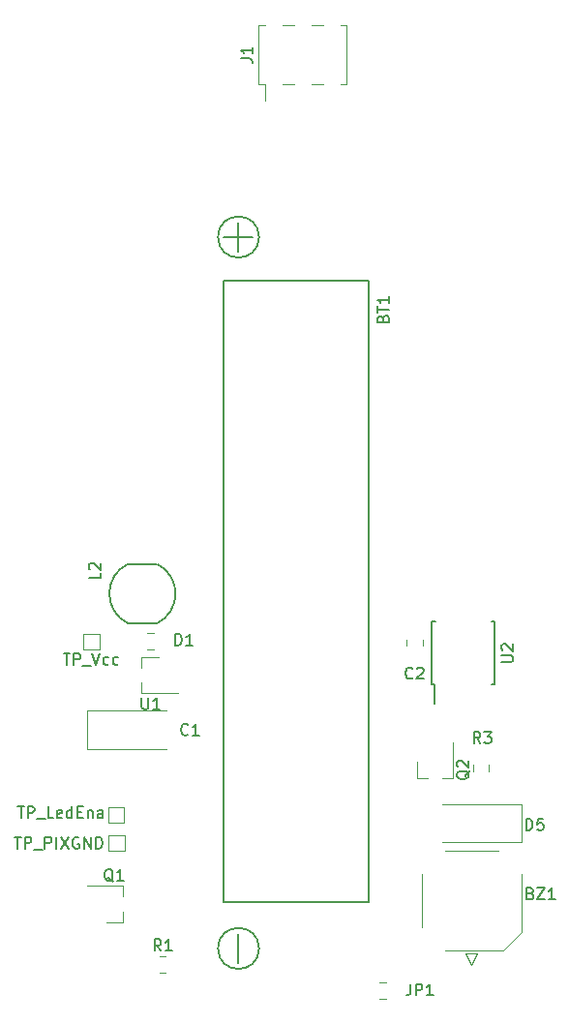
<source format=gbr>
G04 #@! TF.GenerationSoftware,KiCad,Pcbnew,(5.0.1)-4*
G04 #@! TF.CreationDate,2019-03-02T12:17:37+01:00*
G04 #@! TF.ProjectId,Simple_Christamas_Ornament,53696D706C655F436872697374616D61,rev?*
G04 #@! TF.SameCoordinates,Original*
G04 #@! TF.FileFunction,Legend,Top*
G04 #@! TF.FilePolarity,Positive*
%FSLAX46Y46*%
G04 Gerber Fmt 4.6, Leading zero omitted, Abs format (unit mm)*
G04 Created by KiCad (PCBNEW (5.0.1)-4) date 02/03/2019 12:17:37*
%MOMM*%
%LPD*%
G01*
G04 APERTURE LIST*
%ADD10C,0.120000*%
%ADD11C,0.150000*%
%ADD12C,0.100000*%
G04 APERTURE END LIST*
D10*
G04 #@! TO.C,D1*
X126611748Y-103506200D02*
X127134252Y-103506200D01*
X126611748Y-104926200D02*
X127134252Y-104926200D01*
D11*
G04 #@! TO.C,U2*
X151499200Y-107982200D02*
X151704200Y-107982200D01*
X151499200Y-102482200D02*
X151799200Y-102482200D01*
X157009200Y-102482200D02*
X156709200Y-102482200D01*
X157009200Y-107982200D02*
X156709200Y-107982200D01*
X151499200Y-107982200D02*
X151499200Y-102482200D01*
X157009200Y-107982200D02*
X157009200Y-102482200D01*
X151704200Y-107982200D02*
X151704200Y-109732200D01*
G04 #@! TO.C,BT1*
X136366851Y-68884800D02*
G75*
G03X136366851Y-68884800I-1796051J0D01*
G01*
X135840800Y-68884800D02*
X133300800Y-68884800D01*
X134570800Y-67614800D02*
X134570800Y-70154800D01*
X136366851Y-131114800D02*
G75*
G03X136366851Y-131114800I-1796051J0D01*
G01*
X134570800Y-129844800D02*
X134570800Y-132384800D01*
X146000800Y-72694800D02*
X133300800Y-72694800D01*
X133300800Y-72694800D02*
X133300800Y-127050800D01*
X146000800Y-72694800D02*
X146000800Y-127050800D01*
X133300800Y-127050800D02*
X146000800Y-127050800D01*
D12*
G04 #@! TO.C,BZ1*
X155470600Y-131568600D02*
X154470600Y-131568600D01*
X154970600Y-132568600D02*
X154470600Y-131568600D01*
X155470600Y-131568600D02*
X154970600Y-132568600D01*
X157620600Y-131268600D02*
X157720600Y-131268600D01*
X157720600Y-131268600D02*
X159320600Y-129668600D01*
X159320600Y-129668600D02*
X159320600Y-124568600D01*
X150620600Y-124568600D02*
X150620600Y-129268600D01*
X157320600Y-122568600D02*
X152620600Y-122568600D01*
X157620600Y-131268600D02*
X152620600Y-131268600D01*
D10*
G04 #@! TO.C,C1*
X128288200Y-110253200D02*
X121353200Y-110253200D01*
X121353200Y-110253200D02*
X121353200Y-113673200D01*
X121353200Y-113673200D02*
X128288200Y-113673200D01*
G04 #@! TO.C,D5*
X159340000Y-121842800D02*
X159340000Y-118542800D01*
X159340000Y-118542800D02*
X152440000Y-118542800D01*
X159340000Y-121842800D02*
X152440000Y-121842800D01*
G04 #@! TO.C,J1*
X136312600Y-55533600D02*
X136312600Y-50333600D01*
X144052600Y-55533600D02*
X144052600Y-50333600D01*
X136882600Y-56973600D02*
X136882600Y-55533600D01*
X136312600Y-55533600D02*
X136882600Y-55533600D01*
X136312600Y-50333600D02*
X136882600Y-50333600D01*
X143482600Y-55533600D02*
X144052600Y-55533600D01*
X143482600Y-50333600D02*
X144052600Y-50333600D01*
X138402600Y-55533600D02*
X139422600Y-55533600D01*
X138402600Y-50333600D02*
X139422600Y-50333600D01*
X140942600Y-55533600D02*
X141962600Y-55533600D01*
X140942600Y-50333600D02*
X141962600Y-50333600D01*
D11*
G04 #@! TO.C,L2*
X127436000Y-97476000D02*
X124896000Y-97476000D01*
X127436000Y-102676000D02*
X124896000Y-102676000D01*
X124899061Y-102677493D02*
G75*
G02X124896001Y-97476000I1266939J2601493D01*
G01*
X127522958Y-97520308D02*
G75*
G02X127435999Y-102676000I-1356958J-2555692D01*
G01*
D10*
G04 #@! TO.C,R1*
X127694948Y-131801800D02*
X128217452Y-131801800D01*
X127694948Y-133221800D02*
X128217452Y-133221800D01*
G04 #@! TO.C,R3*
X155068200Y-115593652D02*
X155068200Y-115071148D01*
X156488200Y-115593652D02*
X156488200Y-115071148D01*
G04 #@! TO.C,TP2*
X123175800Y-118730800D02*
X124575800Y-118730800D01*
X124575800Y-118730800D02*
X124575800Y-120130800D01*
X124575800Y-120130800D02*
X123175800Y-120130800D01*
X123175800Y-120130800D02*
X123175800Y-118730800D01*
G04 #@! TO.C,TP3*
X121016800Y-103592400D02*
X122416800Y-103592400D01*
X122416800Y-103592400D02*
X122416800Y-104992400D01*
X122416800Y-104992400D02*
X121016800Y-104992400D01*
X121016800Y-104992400D02*
X121016800Y-103592400D01*
G04 #@! TO.C,TP5*
X123226600Y-122594600D02*
X123226600Y-121194600D01*
X124626600Y-122594600D02*
X123226600Y-122594600D01*
X124626600Y-121194600D02*
X124626600Y-122594600D01*
X123226600Y-121194600D02*
X124626600Y-121194600D01*
G04 #@! TO.C,JP1*
X147445252Y-135533200D02*
X146922748Y-135533200D01*
X147445252Y-134113200D02*
X146922748Y-134113200D01*
G04 #@! TO.C,C2*
X150722400Y-104141748D02*
X150722400Y-104664252D01*
X149302400Y-104141748D02*
X149302400Y-104664252D01*
G04 #@! TO.C,Q1*
X124458000Y-128808600D02*
X122998000Y-128808600D01*
X124458000Y-125648600D02*
X121298000Y-125648600D01*
X124458000Y-125648600D02*
X124458000Y-126578600D01*
X124458000Y-128808600D02*
X124458000Y-127878600D01*
G04 #@! TO.C,Q2*
X150159600Y-116228400D02*
X151089600Y-116228400D01*
X153319600Y-116228400D02*
X152389600Y-116228400D01*
X153319600Y-116228400D02*
X153319600Y-113068400D01*
X150159600Y-116228400D02*
X150159600Y-114768400D01*
G04 #@! TO.C,U1*
X126103600Y-105648600D02*
X126103600Y-106578600D01*
X126103600Y-108808600D02*
X126103600Y-107878600D01*
X126103600Y-108808600D02*
X129263600Y-108808600D01*
X126103600Y-105648600D02*
X127563600Y-105648600D01*
G04 #@! TO.C,D1*
D11*
X129030504Y-104592380D02*
X129030504Y-103592380D01*
X129268600Y-103592380D01*
X129411457Y-103640000D01*
X129506695Y-103735238D01*
X129554314Y-103830476D01*
X129601933Y-104020952D01*
X129601933Y-104163809D01*
X129554314Y-104354285D01*
X129506695Y-104449523D01*
X129411457Y-104544761D01*
X129268600Y-104592380D01*
X129030504Y-104592380D01*
X130554314Y-104592380D02*
X129982885Y-104592380D01*
X130268600Y-104592380D02*
X130268600Y-103592380D01*
X130173361Y-103735238D01*
X130078123Y-103830476D01*
X129982885Y-103878095D01*
G04 #@! TO.C,U2*
X157592780Y-106044904D02*
X158402304Y-106044904D01*
X158497542Y-105997285D01*
X158545161Y-105949666D01*
X158592780Y-105854428D01*
X158592780Y-105663952D01*
X158545161Y-105568714D01*
X158497542Y-105521095D01*
X158402304Y-105473476D01*
X157592780Y-105473476D01*
X157688019Y-105044904D02*
X157640400Y-104997285D01*
X157592780Y-104902047D01*
X157592780Y-104663952D01*
X157640400Y-104568714D01*
X157688019Y-104521095D01*
X157783257Y-104473476D01*
X157878495Y-104473476D01*
X158021352Y-104521095D01*
X158592780Y-105092523D01*
X158592780Y-104473476D01*
G04 #@! TO.C,BT1*
X147199371Y-76020514D02*
X147246990Y-75877657D01*
X147294609Y-75830038D01*
X147389847Y-75782419D01*
X147532704Y-75782419D01*
X147627942Y-75830038D01*
X147675561Y-75877657D01*
X147723180Y-75972895D01*
X147723180Y-76353847D01*
X146723180Y-76353847D01*
X146723180Y-76020514D01*
X146770800Y-75925276D01*
X146818419Y-75877657D01*
X146913657Y-75830038D01*
X147008895Y-75830038D01*
X147104133Y-75877657D01*
X147151752Y-75925276D01*
X147199371Y-76020514D01*
X147199371Y-76353847D01*
X146723180Y-75496704D02*
X146723180Y-74925276D01*
X147723180Y-75210990D02*
X146723180Y-75210990D01*
X147723180Y-74068133D02*
X147723180Y-74639561D01*
X147723180Y-74353847D02*
X146723180Y-74353847D01*
X146866038Y-74449085D01*
X146961276Y-74544323D01*
X147008895Y-74639561D01*
G04 #@! TO.C,BZ1*
X160129647Y-126293571D02*
X160272504Y-126341190D01*
X160320123Y-126388809D01*
X160367742Y-126484047D01*
X160367742Y-126626904D01*
X160320123Y-126722142D01*
X160272504Y-126769761D01*
X160177266Y-126817380D01*
X159796314Y-126817380D01*
X159796314Y-125817380D01*
X160129647Y-125817380D01*
X160224885Y-125865000D01*
X160272504Y-125912619D01*
X160320123Y-126007857D01*
X160320123Y-126103095D01*
X160272504Y-126198333D01*
X160224885Y-126245952D01*
X160129647Y-126293571D01*
X159796314Y-126293571D01*
X160701076Y-125817380D02*
X161367742Y-125817380D01*
X160701076Y-126817380D01*
X161367742Y-126817380D01*
X162272504Y-126817380D02*
X161701076Y-126817380D01*
X161986790Y-126817380D02*
X161986790Y-125817380D01*
X161891552Y-125960238D01*
X161796314Y-126055476D01*
X161701076Y-126103095D01*
G04 #@! TO.C,C1*
X130160733Y-112371142D02*
X130113114Y-112418761D01*
X129970257Y-112466380D01*
X129875019Y-112466380D01*
X129732161Y-112418761D01*
X129636923Y-112323523D01*
X129589304Y-112228285D01*
X129541685Y-112037809D01*
X129541685Y-111894952D01*
X129589304Y-111704476D01*
X129636923Y-111609238D01*
X129732161Y-111514000D01*
X129875019Y-111466380D01*
X129970257Y-111466380D01*
X130113114Y-111514000D01*
X130160733Y-111561619D01*
X131113114Y-112466380D02*
X130541685Y-112466380D01*
X130827400Y-112466380D02*
X130827400Y-111466380D01*
X130732161Y-111609238D01*
X130636923Y-111704476D01*
X130541685Y-111752095D01*
G04 #@! TO.C,D5*
X159739104Y-120772180D02*
X159739104Y-119772180D01*
X159977200Y-119772180D01*
X160120057Y-119819800D01*
X160215295Y-119915038D01*
X160262914Y-120010276D01*
X160310533Y-120200752D01*
X160310533Y-120343609D01*
X160262914Y-120534085D01*
X160215295Y-120629323D01*
X160120057Y-120724561D01*
X159977200Y-120772180D01*
X159739104Y-120772180D01*
X161215295Y-119772180D02*
X160739104Y-119772180D01*
X160691485Y-120248371D01*
X160739104Y-120200752D01*
X160834342Y-120153133D01*
X161072438Y-120153133D01*
X161167676Y-120200752D01*
X161215295Y-120248371D01*
X161262914Y-120343609D01*
X161262914Y-120581704D01*
X161215295Y-120676942D01*
X161167676Y-120724561D01*
X161072438Y-120772180D01*
X160834342Y-120772180D01*
X160739104Y-120724561D01*
X160691485Y-120676942D01*
G04 #@! TO.C,J1*
X134764980Y-53266933D02*
X135479266Y-53266933D01*
X135622123Y-53314552D01*
X135717361Y-53409790D01*
X135764980Y-53552647D01*
X135764980Y-53647885D01*
X135764980Y-52266933D02*
X135764980Y-52838361D01*
X135764980Y-52552647D02*
X134764980Y-52552647D01*
X134907838Y-52647885D01*
X135003076Y-52743123D01*
X135050695Y-52838361D01*
G04 #@! TO.C,L2*
X122473980Y-98261466D02*
X122473980Y-98737657D01*
X121473980Y-98737657D01*
X121569219Y-97975752D02*
X121521600Y-97928133D01*
X121473980Y-97832895D01*
X121473980Y-97594800D01*
X121521600Y-97499561D01*
X121569219Y-97451942D01*
X121664457Y-97404323D01*
X121759695Y-97404323D01*
X121902552Y-97451942D01*
X122473980Y-98023371D01*
X122473980Y-97404323D01*
G04 #@! TO.C,R1*
X127789533Y-131314180D02*
X127456200Y-130837990D01*
X127218104Y-131314180D02*
X127218104Y-130314180D01*
X127599057Y-130314180D01*
X127694295Y-130361800D01*
X127741914Y-130409419D01*
X127789533Y-130504657D01*
X127789533Y-130647514D01*
X127741914Y-130742752D01*
X127694295Y-130790371D01*
X127599057Y-130837990D01*
X127218104Y-130837990D01*
X128741914Y-131314180D02*
X128170485Y-131314180D01*
X128456200Y-131314180D02*
X128456200Y-130314180D01*
X128360961Y-130457038D01*
X128265723Y-130552276D01*
X128170485Y-130599895D01*
G04 #@! TO.C,R3*
X155738533Y-113177580D02*
X155405200Y-112701390D01*
X155167104Y-113177580D02*
X155167104Y-112177580D01*
X155548057Y-112177580D01*
X155643295Y-112225200D01*
X155690914Y-112272819D01*
X155738533Y-112368057D01*
X155738533Y-112510914D01*
X155690914Y-112606152D01*
X155643295Y-112653771D01*
X155548057Y-112701390D01*
X155167104Y-112701390D01*
X156071866Y-112177580D02*
X156690914Y-112177580D01*
X156357580Y-112558533D01*
X156500438Y-112558533D01*
X156595676Y-112606152D01*
X156643295Y-112653771D01*
X156690914Y-112749009D01*
X156690914Y-112987104D01*
X156643295Y-113082342D01*
X156595676Y-113129961D01*
X156500438Y-113177580D01*
X156214723Y-113177580D01*
X156119485Y-113129961D01*
X156071866Y-113082342D01*
G04 #@! TO.C,TP2*
X115240276Y-118705380D02*
X115811704Y-118705380D01*
X115525990Y-119705380D02*
X115525990Y-118705380D01*
X116145038Y-119705380D02*
X116145038Y-118705380D01*
X116525990Y-118705380D01*
X116621228Y-118753000D01*
X116668847Y-118800619D01*
X116716466Y-118895857D01*
X116716466Y-119038714D01*
X116668847Y-119133952D01*
X116621228Y-119181571D01*
X116525990Y-119229190D01*
X116145038Y-119229190D01*
X116906942Y-119800619D02*
X117668847Y-119800619D01*
X118383133Y-119705380D02*
X117906942Y-119705380D01*
X117906942Y-118705380D01*
X119097419Y-119657761D02*
X119002180Y-119705380D01*
X118811704Y-119705380D01*
X118716466Y-119657761D01*
X118668847Y-119562523D01*
X118668847Y-119181571D01*
X118716466Y-119086333D01*
X118811704Y-119038714D01*
X119002180Y-119038714D01*
X119097419Y-119086333D01*
X119145038Y-119181571D01*
X119145038Y-119276809D01*
X118668847Y-119372047D01*
X120002180Y-119705380D02*
X120002180Y-118705380D01*
X120002180Y-119657761D02*
X119906942Y-119705380D01*
X119716466Y-119705380D01*
X119621228Y-119657761D01*
X119573609Y-119610142D01*
X119525990Y-119514904D01*
X119525990Y-119229190D01*
X119573609Y-119133952D01*
X119621228Y-119086333D01*
X119716466Y-119038714D01*
X119906942Y-119038714D01*
X120002180Y-119086333D01*
X120478371Y-119181571D02*
X120811704Y-119181571D01*
X120954561Y-119705380D02*
X120478371Y-119705380D01*
X120478371Y-118705380D01*
X120954561Y-118705380D01*
X121383133Y-119038714D02*
X121383133Y-119705380D01*
X121383133Y-119133952D02*
X121430752Y-119086333D01*
X121525990Y-119038714D01*
X121668847Y-119038714D01*
X121764085Y-119086333D01*
X121811704Y-119181571D01*
X121811704Y-119705380D01*
X122716466Y-119705380D02*
X122716466Y-119181571D01*
X122668847Y-119086333D01*
X122573609Y-119038714D01*
X122383133Y-119038714D01*
X122287895Y-119086333D01*
X122716466Y-119657761D02*
X122621228Y-119705380D01*
X122383133Y-119705380D01*
X122287895Y-119657761D01*
X122240276Y-119562523D01*
X122240276Y-119467285D01*
X122287895Y-119372047D01*
X122383133Y-119324428D01*
X122621228Y-119324428D01*
X122716466Y-119276809D01*
G04 #@! TO.C,TP3*
X119264419Y-105294780D02*
X119835847Y-105294780D01*
X119550133Y-106294780D02*
X119550133Y-105294780D01*
X120169180Y-106294780D02*
X120169180Y-105294780D01*
X120550133Y-105294780D01*
X120645371Y-105342400D01*
X120692990Y-105390019D01*
X120740609Y-105485257D01*
X120740609Y-105628114D01*
X120692990Y-105723352D01*
X120645371Y-105770971D01*
X120550133Y-105818590D01*
X120169180Y-105818590D01*
X120931085Y-106390019D02*
X121692990Y-106390019D01*
X121788228Y-105294780D02*
X122121561Y-106294780D01*
X122454895Y-105294780D01*
X123216800Y-106247161D02*
X123121561Y-106294780D01*
X122931085Y-106294780D01*
X122835847Y-106247161D01*
X122788228Y-106199542D01*
X122740609Y-106104304D01*
X122740609Y-105818590D01*
X122788228Y-105723352D01*
X122835847Y-105675733D01*
X122931085Y-105628114D01*
X123121561Y-105628114D01*
X123216800Y-105675733D01*
X124073942Y-106247161D02*
X123978704Y-106294780D01*
X123788228Y-106294780D01*
X123692990Y-106247161D01*
X123645371Y-106199542D01*
X123597752Y-106104304D01*
X123597752Y-105818590D01*
X123645371Y-105723352D01*
X123692990Y-105675733D01*
X123788228Y-105628114D01*
X123978704Y-105628114D01*
X124073942Y-105675733D01*
G04 #@! TO.C,TP5*
X114967238Y-121372380D02*
X115538666Y-121372380D01*
X115252952Y-122372380D02*
X115252952Y-121372380D01*
X115872000Y-122372380D02*
X115872000Y-121372380D01*
X116252952Y-121372380D01*
X116348190Y-121420000D01*
X116395809Y-121467619D01*
X116443428Y-121562857D01*
X116443428Y-121705714D01*
X116395809Y-121800952D01*
X116348190Y-121848571D01*
X116252952Y-121896190D01*
X115872000Y-121896190D01*
X116633904Y-122467619D02*
X117395809Y-122467619D01*
X117633904Y-122372380D02*
X117633904Y-121372380D01*
X118014857Y-121372380D01*
X118110095Y-121420000D01*
X118157714Y-121467619D01*
X118205333Y-121562857D01*
X118205333Y-121705714D01*
X118157714Y-121800952D01*
X118110095Y-121848571D01*
X118014857Y-121896190D01*
X117633904Y-121896190D01*
X118633904Y-122372380D02*
X118633904Y-121372380D01*
X119014857Y-121372380D02*
X119681523Y-122372380D01*
X119681523Y-121372380D02*
X119014857Y-122372380D01*
X120586285Y-121420000D02*
X120491047Y-121372380D01*
X120348190Y-121372380D01*
X120205333Y-121420000D01*
X120110095Y-121515238D01*
X120062476Y-121610476D01*
X120014857Y-121800952D01*
X120014857Y-121943809D01*
X120062476Y-122134285D01*
X120110095Y-122229523D01*
X120205333Y-122324761D01*
X120348190Y-122372380D01*
X120443428Y-122372380D01*
X120586285Y-122324761D01*
X120633904Y-122277142D01*
X120633904Y-121943809D01*
X120443428Y-121943809D01*
X121062476Y-122372380D02*
X121062476Y-121372380D01*
X121633904Y-122372380D01*
X121633904Y-121372380D01*
X122110095Y-122372380D02*
X122110095Y-121372380D01*
X122348190Y-121372380D01*
X122491047Y-121420000D01*
X122586285Y-121515238D01*
X122633904Y-121610476D01*
X122681523Y-121800952D01*
X122681523Y-121943809D01*
X122633904Y-122134285D01*
X122586285Y-122229523D01*
X122491047Y-122324761D01*
X122348190Y-122372380D01*
X122110095Y-122372380D01*
G04 #@! TO.C,JP1*
X149610866Y-134224780D02*
X149610866Y-134939066D01*
X149563247Y-135081923D01*
X149468009Y-135177161D01*
X149325152Y-135224780D01*
X149229914Y-135224780D01*
X150087057Y-135224780D02*
X150087057Y-134224780D01*
X150468009Y-134224780D01*
X150563247Y-134272400D01*
X150610866Y-134320019D01*
X150658485Y-134415257D01*
X150658485Y-134558114D01*
X150610866Y-134653352D01*
X150563247Y-134700971D01*
X150468009Y-134748590D01*
X150087057Y-134748590D01*
X151610866Y-135224780D02*
X151039438Y-135224780D01*
X151325152Y-135224780D02*
X151325152Y-134224780D01*
X151229914Y-134367638D01*
X151134676Y-134462876D01*
X151039438Y-134510495D01*
G04 #@! TO.C,C2*
X149794933Y-107443542D02*
X149747314Y-107491161D01*
X149604457Y-107538780D01*
X149509219Y-107538780D01*
X149366361Y-107491161D01*
X149271123Y-107395923D01*
X149223504Y-107300685D01*
X149175885Y-107110209D01*
X149175885Y-106967352D01*
X149223504Y-106776876D01*
X149271123Y-106681638D01*
X149366361Y-106586400D01*
X149509219Y-106538780D01*
X149604457Y-106538780D01*
X149747314Y-106586400D01*
X149794933Y-106634019D01*
X150175885Y-106634019D02*
X150223504Y-106586400D01*
X150318742Y-106538780D01*
X150556838Y-106538780D01*
X150652076Y-106586400D01*
X150699695Y-106634019D01*
X150747314Y-106729257D01*
X150747314Y-106824495D01*
X150699695Y-106967352D01*
X150128266Y-107538780D01*
X150747314Y-107538780D01*
G04 #@! TO.C,Q1*
X123602761Y-125276219D02*
X123507523Y-125228600D01*
X123412285Y-125133361D01*
X123269428Y-124990504D01*
X123174190Y-124942885D01*
X123078952Y-124942885D01*
X123126571Y-125180980D02*
X123031333Y-125133361D01*
X122936095Y-125038123D01*
X122888476Y-124847647D01*
X122888476Y-124514314D01*
X122936095Y-124323838D01*
X123031333Y-124228600D01*
X123126571Y-124180980D01*
X123317047Y-124180980D01*
X123412285Y-124228600D01*
X123507523Y-124323838D01*
X123555142Y-124514314D01*
X123555142Y-124847647D01*
X123507523Y-125038123D01*
X123412285Y-125133361D01*
X123317047Y-125180980D01*
X123126571Y-125180980D01*
X124507523Y-125180980D02*
X123936095Y-125180980D01*
X124221809Y-125180980D02*
X124221809Y-124180980D01*
X124126571Y-124323838D01*
X124031333Y-124419076D01*
X123936095Y-124466695D01*
G04 #@! TO.C,Q2*
X154787219Y-115563638D02*
X154739600Y-115658876D01*
X154644361Y-115754114D01*
X154501504Y-115896971D01*
X154453885Y-115992209D01*
X154453885Y-116087447D01*
X154691980Y-116039828D02*
X154644361Y-116135066D01*
X154549123Y-116230304D01*
X154358647Y-116277923D01*
X154025314Y-116277923D01*
X153834838Y-116230304D01*
X153739600Y-116135066D01*
X153691980Y-116039828D01*
X153691980Y-115849352D01*
X153739600Y-115754114D01*
X153834838Y-115658876D01*
X154025314Y-115611257D01*
X154358647Y-115611257D01*
X154549123Y-115658876D01*
X154644361Y-115754114D01*
X154691980Y-115849352D01*
X154691980Y-116039828D01*
X153787219Y-115230304D02*
X153739600Y-115182685D01*
X153691980Y-115087447D01*
X153691980Y-114849352D01*
X153739600Y-114754114D01*
X153787219Y-114706495D01*
X153882457Y-114658876D01*
X153977695Y-114658876D01*
X154120552Y-114706495D01*
X154691980Y-115277923D01*
X154691980Y-114658876D01*
G04 #@! TO.C,U1*
X126101695Y-109180980D02*
X126101695Y-109990504D01*
X126149314Y-110085742D01*
X126196933Y-110133361D01*
X126292171Y-110180980D01*
X126482647Y-110180980D01*
X126577885Y-110133361D01*
X126625504Y-110085742D01*
X126673123Y-109990504D01*
X126673123Y-109180980D01*
X127673123Y-110180980D02*
X127101695Y-110180980D01*
X127387409Y-110180980D02*
X127387409Y-109180980D01*
X127292171Y-109323838D01*
X127196933Y-109419076D01*
X127101695Y-109466695D01*
G04 #@! TD*
M02*

</source>
